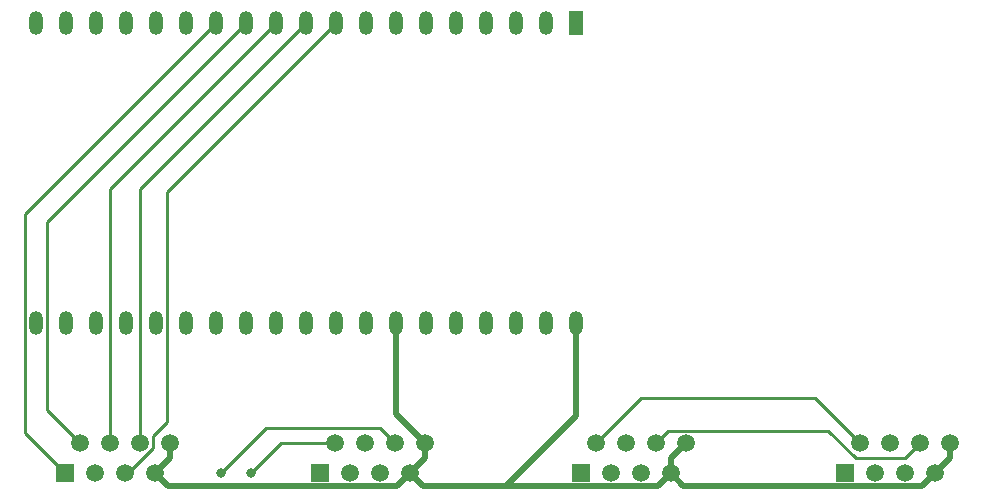
<source format=gbr>
%TF.GenerationSoftware,KiCad,Pcbnew,7.0.9*%
%TF.CreationDate,2023-12-13T16:36:40-05:00*%
%TF.ProjectId,Esp Controller,45737020-436f-46e7-9472-6f6c6c65722e,rev?*%
%TF.SameCoordinates,Original*%
%TF.FileFunction,Copper,L2,Bot*%
%TF.FilePolarity,Positive*%
%FSLAX46Y46*%
G04 Gerber Fmt 4.6, Leading zero omitted, Abs format (unit mm)*
G04 Created by KiCad (PCBNEW 7.0.9) date 2023-12-13 16:36:40*
%MOMM*%
%LPD*%
G01*
G04 APERTURE LIST*
%TA.AperFunction,ComponentPad*%
%ADD10R,1.500000X1.500000*%
%TD*%
%TA.AperFunction,ComponentPad*%
%ADD11C,1.500000*%
%TD*%
%TA.AperFunction,ComponentPad*%
%ADD12R,1.200000X2.000000*%
%TD*%
%TA.AperFunction,ComponentPad*%
%ADD13O,1.200000X2.000000*%
%TD*%
%TA.AperFunction,ViaPad*%
%ADD14C,0.800000*%
%TD*%
%TA.AperFunction,Conductor*%
%ADD15C,0.500000*%
%TD*%
%TA.AperFunction,Conductor*%
%ADD16C,0.250000*%
%TD*%
G04 APERTURE END LIST*
D10*
%TO.P,J2,1*%
%TO.N,/Red2*%
X142240000Y-91440000D03*
D11*
%TO.P,J2,2*%
%TO.N,/Yel2*%
X143510000Y-88900000D03*
%TO.P,J2,3*%
%TO.N,/USBV*%
X144780000Y-91440000D03*
%TO.P,J2,4*%
%TO.N,/Blu2*%
X146050000Y-88900000D03*
%TO.P,J2,5*%
%TO.N,/Wht2*%
X147320000Y-91440000D03*
%TO.P,J2,6*%
%TO.N,/Grn2*%
X148590000Y-88900000D03*
%TO.P,J2,7*%
%TO.N,GND*%
X149860000Y-91440000D03*
%TO.P,J2,8*%
X151130000Y-88900000D03*
%TD*%
D10*
%TO.P,J3,1*%
%TO.N,/Red3*%
X120177500Y-91420000D03*
D11*
%TO.P,J3,2*%
%TO.N,/Yel1*%
X121447500Y-88880000D03*
%TO.P,J3,3*%
%TO.N,/USBV*%
X122717500Y-91420000D03*
%TO.P,J3,4*%
%TO.N,/Blu3*%
X123987500Y-88880000D03*
%TO.P,J3,5*%
%TO.N,/Wht3*%
X125257500Y-91420000D03*
%TO.P,J3,6*%
%TO.N,/Grn1*%
X126527500Y-88880000D03*
%TO.P,J3,7*%
%TO.N,GND*%
X127797500Y-91420000D03*
%TO.P,J3,8*%
X129067500Y-88880000D03*
%TD*%
D10*
%TO.P,J1,1*%
%TO.N,/Red1*%
X98587500Y-91420000D03*
D11*
%TO.P,J1,2*%
%TO.N,/Yel1*%
X99857500Y-88880000D03*
%TO.P,J1,3*%
%TO.N,/USBV*%
X101127500Y-91420000D03*
%TO.P,J1,4*%
%TO.N,/Blu1*%
X102397500Y-88880000D03*
%TO.P,J1,5*%
%TO.N,/Wht1*%
X103667500Y-91420000D03*
%TO.P,J1,6*%
%TO.N,/Grn1*%
X104937500Y-88880000D03*
%TO.P,J1,7*%
%TO.N,GND*%
X106207500Y-91420000D03*
%TO.P,J1,8*%
X107477500Y-88880000D03*
%TD*%
D10*
%TO.P,J4,1*%
%TO.N,/Red4*%
X164627500Y-91420000D03*
D11*
%TO.P,J4,2*%
%TO.N,/Yel2*%
X165897500Y-88880000D03*
%TO.P,J4,3*%
%TO.N,/USBV*%
X167167500Y-91420000D03*
%TO.P,J4,4*%
%TO.N,/Blu4*%
X168437500Y-88880000D03*
%TO.P,J4,5*%
%TO.N,/Wht4*%
X169707500Y-91420000D03*
%TO.P,J4,6*%
%TO.N,/Grn2*%
X170977500Y-88880000D03*
%TO.P,J4,7*%
%TO.N,GND*%
X172247500Y-91420000D03*
%TO.P,J4,8*%
X173517500Y-88880000D03*
%TD*%
D12*
%TO.P,U2,1,3V3*%
%TO.N,unconnected-(U2-3V3-Pad1)*%
X141823440Y-53340000D03*
D13*
%TO.P,U2,2,CHIP_PU*%
%TO.N,unconnected-(U2-CHIP_PU-Pad2)*%
X139283440Y-53340000D03*
%TO.P,U2,3,SENSOR_VP/GPIO36/ADC1_CH0*%
%TO.N,unconnected-(U2-SENSOR_VP{slash}GPIO36{slash}ADC1_CH0-Pad3)*%
X136743440Y-53340000D03*
%TO.P,U2,4,SENSOR_VN/GPIO39/ADC1_CH3*%
%TO.N,unconnected-(U2-SENSOR_VN{slash}GPIO39{slash}ADC1_CH3-Pad4)*%
X134203440Y-53340000D03*
%TO.P,U2,5,VDET_1/GPIO34/ADC1_CH6*%
%TO.N,unconnected-(U2-VDET_1{slash}GPIO34{slash}ADC1_CH6-Pad5)*%
X131663440Y-53340000D03*
%TO.P,U2,6,VDET_2/GPIO35/ADC1_CH7*%
%TO.N,unconnected-(U2-VDET_2{slash}GPIO35{slash}ADC1_CH7-Pad6)*%
X129123440Y-53340000D03*
%TO.P,U2,7,32K_XP/GPIO32/ADC1_CH4*%
%TO.N,unconnected-(U2-32K_XP{slash}GPIO32{slash}ADC1_CH4-Pad7)*%
X126583440Y-53340000D03*
%TO.P,U2,8,32K_XN/GPIO33/ADC1_CH5*%
%TO.N,unconnected-(U2-32K_XN{slash}GPIO33{slash}ADC1_CH5-Pad8)*%
X124043440Y-53340000D03*
%TO.P,U2,9,DAC_1/ADC2_CH8/GPIO25*%
%TO.N,/Wht1*%
X121503440Y-53340000D03*
%TO.P,U2,10,DAC_2/ADC2_CH9/GPIO26*%
%TO.N,/Grn1*%
X118963440Y-53340000D03*
%TO.P,U2,11,ADC2_CH7/GPIO27*%
%TO.N,/Blu1*%
X116423440Y-53340000D03*
%TO.P,U2,12,MTMS/GPIO14/ADC2_CH6*%
%TO.N,/Yel1*%
X113883440Y-53340000D03*
%TO.P,U2,13,MTDI/GPIO12/ADC2_CH5*%
%TO.N,/Red1*%
X111343440Y-53340000D03*
%TO.P,U2,14,GND*%
%TO.N,GND*%
X108803440Y-53340000D03*
%TO.P,U2,15,MTCK/GPIO13/ADC2_CH4*%
%TO.N,unconnected-(U2-MTCK{slash}GPIO13{slash}ADC2_CH4-Pad15)*%
X106263440Y-53340000D03*
%TO.P,U2,16,SD_DATA2/GPIO9*%
%TO.N,unconnected-(U2-SD_DATA2{slash}GPIO9-Pad16)*%
X103723440Y-53340000D03*
%TO.P,U2,17,SD_DATA3/GPIO10*%
%TO.N,unconnected-(U2-SD_DATA3{slash}GPIO10-Pad17)*%
X101183440Y-53340000D03*
%TO.P,U2,18,CMD*%
%TO.N,unconnected-(U2-CMD-Pad18)*%
X98643440Y-53340000D03*
%TO.P,U2,19,5V*%
%TO.N,/USBV*%
X96103440Y-53340000D03*
%TO.P,U2,20,SD_CLK/GPIO6*%
%TO.N,/Red3*%
X96106160Y-78736320D03*
%TO.P,U2,21,SD_DATA0/GPIO7*%
%TO.N,/Blu3*%
X98646160Y-78736320D03*
%TO.P,U2,22,SD_DATA1/GPIO8*%
%TO.N,/Wht3*%
X101183440Y-78740000D03*
%TO.P,U2,23,MTDO/GPIO15/ADC2_CH3*%
%TO.N,/Red2*%
X103723440Y-78740000D03*
%TO.P,U2,24,ADC2_CH2/GPIO2*%
%TO.N,unconnected-(U2-ADC2_CH2{slash}GPIO2-Pad24)*%
X106263440Y-78740000D03*
%TO.P,U2,25,GPIO0/BOOT/ADC2_CH1*%
%TO.N,unconnected-(U2-GPIO0{slash}BOOT{slash}ADC2_CH1-Pad25)*%
X108803440Y-78740000D03*
%TO.P,U2,26,ADC2_CH0/GPIO4*%
%TO.N,/Yel2*%
X111343440Y-78740000D03*
%TO.P,U2,27,GPIO16*%
%TO.N,unconnected-(U2-GPIO16-Pad27)*%
X113883440Y-78740000D03*
%TO.P,U2,28,GPIO17*%
%TO.N,unconnected-(U2-GPIO17-Pad28)*%
X116423440Y-78740000D03*
%TO.P,U2,29,GPIO5*%
%TO.N,/Blu2*%
X118963440Y-78740000D03*
%TO.P,U2,30,GPIO18*%
%TO.N,/Grn2*%
X121503440Y-78740000D03*
%TO.P,U2,31,GPIO19*%
%TO.N,/Wht2*%
X124043440Y-78740000D03*
%TO.P,U2,32,GND*%
%TO.N,GND*%
X126583440Y-78740000D03*
%TO.P,U2,33,GPIO21*%
%TO.N,/Red4*%
X129123440Y-78740000D03*
%TO.P,U2,34,U0RXD/GPIO3*%
%TO.N,unconnected-(U2-U0RXD{slash}GPIO3-Pad34)*%
X131663440Y-78740000D03*
%TO.P,U2,35,U0TXD/GPIO1*%
%TO.N,unconnected-(U2-U0TXD{slash}GPIO1-Pad35)*%
X134203440Y-78740000D03*
%TO.P,U2,36,GPIO22*%
%TO.N,/Blu4*%
X136743440Y-78740000D03*
%TO.P,U2,37,GPIO23*%
%TO.N,/Wht4*%
X139283440Y-78740000D03*
%TO.P,U2,38,GND*%
%TO.N,GND*%
X141823440Y-78740000D03*
%TD*%
D14*
%TO.N,/Yel1*%
X114300000Y-91440000D03*
%TO.N,/Grn1*%
X111760000Y-91440000D03*
%TD*%
D15*
%TO.N,GND*%
X126583440Y-86395940D02*
X129067500Y-88880000D01*
X126583440Y-78740000D02*
X126583440Y-86395940D01*
D16*
%TO.N,/Red1*%
X95181160Y-88013660D02*
X95181160Y-69502280D01*
X95181160Y-69502280D02*
X111343440Y-53340000D01*
X98587500Y-91420000D02*
X95181160Y-88013660D01*
%TO.N,/Yel1*%
X116860000Y-88880000D02*
X114300000Y-91440000D01*
X97031160Y-86053660D02*
X97031160Y-70192280D01*
X97031160Y-70192280D02*
X113883440Y-53340000D01*
X99857500Y-88880000D02*
X97031160Y-86053660D01*
X121447500Y-88880000D02*
X116860000Y-88880000D01*
%TO.N,/Blu1*%
X102397500Y-67365940D02*
X116423440Y-53340000D01*
X102397500Y-88880000D02*
X102397500Y-67365940D01*
%TO.N,/Wht1*%
X106012500Y-88232500D02*
X107188440Y-87056560D01*
X107188440Y-87056560D02*
X107188440Y-67655000D01*
X103917780Y-91420000D02*
X106012500Y-89325280D01*
X107188440Y-67655000D02*
X121503440Y-53340000D01*
X103667500Y-91420000D02*
X103917780Y-91420000D01*
X106012500Y-89325280D02*
X106012500Y-88232500D01*
%TO.N,/Grn1*%
X126527500Y-88880000D02*
X125277500Y-87630000D01*
X115570000Y-87630000D02*
X111760000Y-91440000D01*
X104937500Y-88880000D02*
X104937500Y-67365940D01*
X125277500Y-87630000D02*
X115570000Y-87630000D01*
X104937500Y-67365940D02*
X118963440Y-53340000D01*
D15*
%TO.N,GND*%
X128892500Y-92515000D02*
X127797500Y-91420000D01*
X171172500Y-92495000D02*
X150915000Y-92495000D01*
X107282500Y-92495000D02*
X106207500Y-91420000D01*
X173517500Y-90150000D02*
X172247500Y-91420000D01*
X129067500Y-90150000D02*
X127797500Y-91420000D01*
X127797500Y-91420000D02*
X126722500Y-92495000D01*
X151130000Y-88900000D02*
X149860000Y-90170000D01*
X106207500Y-91420000D02*
X107477500Y-90150000D01*
X148785000Y-92515000D02*
X135890000Y-92515000D01*
X149860000Y-91440000D02*
X148785000Y-92515000D01*
X149860000Y-90170000D02*
X149860000Y-91440000D01*
X135890000Y-92515000D02*
X128892500Y-92515000D01*
X150915000Y-92495000D02*
X149860000Y-91440000D01*
X107477500Y-90150000D02*
X107477500Y-88880000D01*
X135890000Y-92515000D02*
X141823440Y-86581560D01*
X173517500Y-88880000D02*
X173517500Y-90150000D01*
X129067500Y-88880000D02*
X129067500Y-90150000D01*
X172247500Y-91420000D02*
X171172500Y-92495000D01*
X141823440Y-86581560D02*
X141823440Y-78740000D01*
X126722500Y-92495000D02*
X107282500Y-92495000D01*
D16*
%TO.N,/Yel2*%
X162107500Y-85090000D02*
X165897500Y-88880000D01*
X147320000Y-85090000D02*
X162107500Y-85090000D01*
X143510000Y-88900000D02*
X147320000Y-85090000D01*
%TO.N,/Grn2*%
X148590000Y-88900000D02*
X149665000Y-87825000D01*
X165527500Y-90170000D02*
X169687500Y-90170000D01*
X149665000Y-87825000D02*
X163182500Y-87825000D01*
X169687500Y-90170000D02*
X170977500Y-88880000D01*
X163182500Y-87825000D02*
X165527500Y-90170000D01*
%TD*%
M02*

</source>
